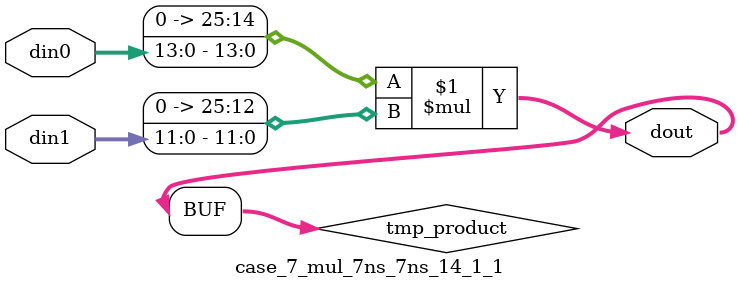
<source format=v>

`timescale 1 ns / 1 ps

 (* use_dsp = "no" *)  module case_7_mul_7ns_7ns_14_1_1(din0, din1, dout);
parameter ID = 1;
parameter NUM_STAGE = 0;
parameter din0_WIDTH = 14;
parameter din1_WIDTH = 12;
parameter dout_WIDTH = 26;

input [din0_WIDTH - 1 : 0] din0; 
input [din1_WIDTH - 1 : 0] din1; 
output [dout_WIDTH - 1 : 0] dout;

wire signed [dout_WIDTH - 1 : 0] tmp_product;
























assign tmp_product = $signed({1'b0, din0}) * $signed({1'b0, din1});











assign dout = tmp_product;





















endmodule

</source>
